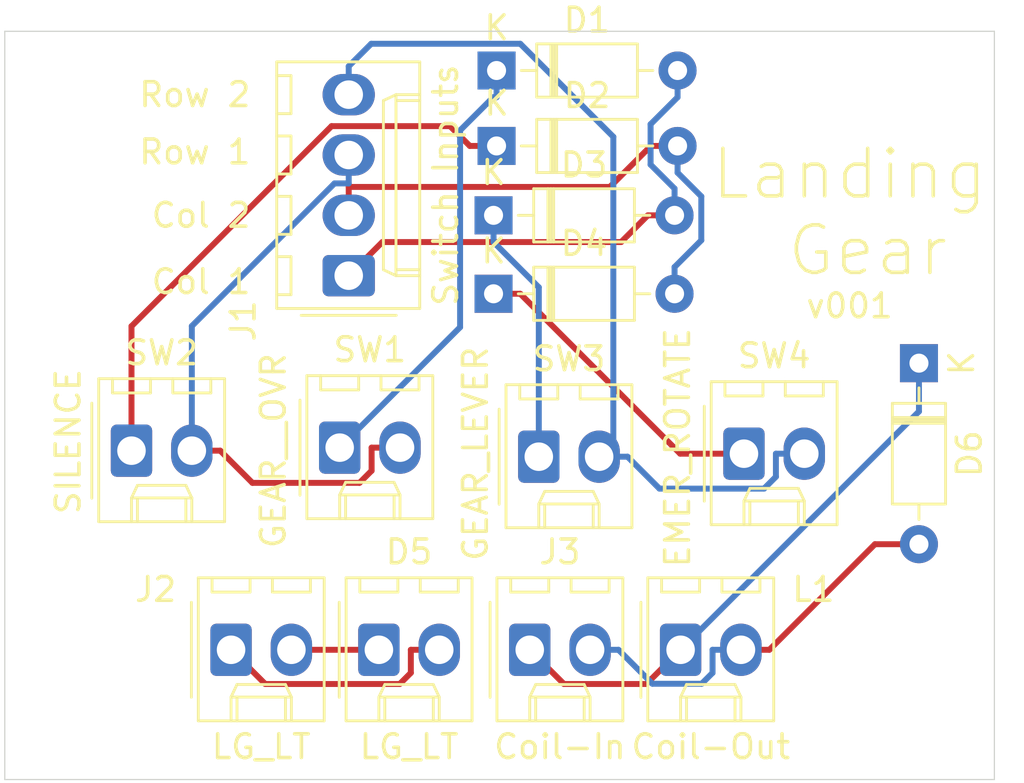
<source format=kicad_pcb>
(kicad_pcb (version 20171130) (host pcbnew "(5.1.5-0-10_14)")

  (general
    (thickness 1.6)
    (drawings 10)
    (tracks 76)
    (zones 0)
    (modules 18)
    (nets 13)
  )

  (page A4)
  (layers
    (0 F.Cu signal)
    (31 B.Cu signal)
    (32 B.Adhes user)
    (33 F.Adhes user)
    (34 B.Paste user)
    (35 F.Paste user)
    (36 B.SilkS user)
    (37 F.SilkS user)
    (38 B.Mask user)
    (39 F.Mask user)
    (40 Dwgs.User user hide)
    (41 Cmts.User user)
    (42 Eco1.User user)
    (43 Eco2.User user)
    (44 Edge.Cuts user)
    (45 Margin user)
    (46 B.CrtYd user)
    (47 F.CrtYd user)
    (48 B.Fab user hide)
    (49 F.Fab user hide)
  )

  (setup
    (last_trace_width 0.25)
    (trace_clearance 0.2)
    (zone_clearance 0.508)
    (zone_45_only no)
    (trace_min 0.2)
    (via_size 0.8)
    (via_drill 0.4)
    (via_min_size 0.4)
    (via_min_drill 0.3)
    (uvia_size 0.3)
    (uvia_drill 0.1)
    (uvias_allowed no)
    (uvia_min_size 0.2)
    (uvia_min_drill 0.1)
    (edge_width 0.05)
    (segment_width 0.2)
    (pcb_text_width 0.3)
    (pcb_text_size 1.5 1.5)
    (mod_edge_width 0.12)
    (mod_text_size 1 1)
    (mod_text_width 0.15)
    (pad_size 1.524 1.524)
    (pad_drill 0.762)
    (pad_to_mask_clearance 0.051)
    (solder_mask_min_width 0.25)
    (aux_axis_origin 0 0)
    (visible_elements FFFFFF7F)
    (pcbplotparams
      (layerselection 0x010fc_ffffffff)
      (usegerberextensions false)
      (usegerberattributes false)
      (usegerberadvancedattributes false)
      (creategerberjobfile false)
      (excludeedgelayer true)
      (linewidth 0.100000)
      (plotframeref false)
      (viasonmask false)
      (mode 1)
      (useauxorigin false)
      (hpglpennumber 1)
      (hpglpenspeed 20)
      (hpglpendiameter 15.000000)
      (psnegative false)
      (psa4output false)
      (plotreference true)
      (plotvalue true)
      (plotinvisibletext false)
      (padsonsilk false)
      (subtractmaskfromsilk false)
      (outputformat 1)
      (mirror false)
      (drillshape 0)
      (scaleselection 1)
      (outputdirectory "manufacturing"))
  )

  (net 0 "")
  (net 1 /Col1)
  (net 2 "Net-(D1-Pad1)")
  (net 3 /Col2)
  (net 4 "Net-(D2-Pad1)")
  (net 5 "Net-(D3-Pad1)")
  (net 6 "Net-(D4-Pad1)")
  (net 7 "Net-(D5-Pad2)")
  (net 8 "Net-(D5-Pad1)")
  (net 9 "Net-(D6-Pad2)")
  (net 10 "Net-(D6-Pad1)")
  (net 11 /Row2)
  (net 12 /Row1)

  (net_class Default "This is the default net class."
    (clearance 0.2)
    (trace_width 0.25)
    (via_dia 0.8)
    (via_drill 0.4)
    (uvia_dia 0.3)
    (uvia_drill 0.1)
    (add_net /Col1)
    (add_net /Col2)
    (add_net /Row1)
    (add_net /Row2)
    (add_net "Net-(D1-Pad1)")
    (add_net "Net-(D2-Pad1)")
    (add_net "Net-(D3-Pad1)")
    (add_net "Net-(D4-Pad1)")
    (add_net "Net-(D5-Pad1)")
    (add_net "Net-(D5-Pad2)")
    (add_net "Net-(D6-Pad1)")
    (add_net "Net-(D6-Pad2)")
  )

  (module MountingHole:MountingHole_3.2mm_M3 (layer F.Cu) (tedit 56D1B4CB) (tstamp 604C6983)
    (at 183.308 78.994)
    (descr "Mounting Hole 3.2mm, no annular, M3")
    (tags "mounting hole 3.2mm no annular m3")
    (path /605230E6)
    (attr virtual)
    (fp_text reference H4 (at 0 -4.2) (layer Dwgs.User)
      (effects (font (size 1 1) (thickness 0.15)))
    )
    (fp_text value MountingHole (at 0 4.2) (layer F.Fab)
      (effects (font (size 1 1) (thickness 0.15)))
    )
    (fp_circle (center 0 0) (end 3.45 0) (layer F.CrtYd) (width 0.05))
    (fp_circle (center 0 0) (end 3.2 0) (layer Cmts.User) (width 0.15))
    (fp_text user %R (at 0.3 0) (layer F.Fab)
      (effects (font (size 1 1) (thickness 0.15)))
    )
    (pad 1 np_thru_hole circle (at 0 0) (size 3.2 3.2) (drill 3.2) (layers *.Cu *.Mask))
  )

  (module MountingHole:MountingHole_3.2mm_M3 (layer F.Cu) (tedit 56D1B4CB) (tstamp 604C697B)
    (at 183.308 53.994)
    (descr "Mounting Hole 3.2mm, no annular, M3")
    (tags "mounting hole 3.2mm no annular m3")
    (path /60522D1F)
    (attr virtual)
    (fp_text reference H3 (at 0 -4.2) (layer Dwgs.User)
      (effects (font (size 1 1) (thickness 0.15)))
    )
    (fp_text value MountingHole (at 0 4.2) (layer F.Fab)
      (effects (font (size 1 1) (thickness 0.15)))
    )
    (fp_circle (center 0 0) (end 3.45 0) (layer F.CrtYd) (width 0.05))
    (fp_circle (center 0 0) (end 3.2 0) (layer Cmts.User) (width 0.15))
    (fp_text user %R (at 0.3 0) (layer F.Fab)
      (effects (font (size 1 1) (thickness 0.15)))
    )
    (pad 1 np_thru_hole circle (at 0 0) (size 3.2 3.2) (drill 3.2) (layers *.Cu *.Mask))
  )

  (module MountingHole:MountingHole_3.2mm_M3 (layer F.Cu) (tedit 56D1B4CB) (tstamp 604C6973)
    (at 148.308 53.994)
    (descr "Mounting Hole 3.2mm, no annular, M3")
    (tags "mounting hole 3.2mm no annular m3")
    (path /60522998)
    (attr virtual)
    (fp_text reference H2 (at 0 -4.2) (layer Dwgs.User)
      (effects (font (size 1 1) (thickness 0.15)))
    )
    (fp_text value MountingHole (at 0 4.2) (layer F.Fab)
      (effects (font (size 1 1) (thickness 0.15)))
    )
    (fp_circle (center 0 0) (end 3.45 0) (layer F.CrtYd) (width 0.05))
    (fp_circle (center 0 0) (end 3.2 0) (layer Cmts.User) (width 0.15))
    (fp_text user %R (at 0.3 0) (layer F.Fab)
      (effects (font (size 1 1) (thickness 0.15)))
    )
    (pad 1 np_thru_hole circle (at 0 0) (size 3.2 3.2) (drill 3.2) (layers *.Cu *.Mask))
  )

  (module MountingHole:MountingHole_3.2mm_M3 (layer F.Cu) (tedit 56D1B4CB) (tstamp 604C696B)
    (at 148.308 78.994)
    (descr "Mounting Hole 3.2mm, no annular, M3")
    (tags "mounting hole 3.2mm no annular m3")
    (path /60522587)
    (attr virtual)
    (fp_text reference H1 (at 0 -4.2) (layer Dwgs.User)
      (effects (font (size 1 1) (thickness 0.15)))
    )
    (fp_text value MountingHole (at 0 4.2) (layer F.Fab)
      (effects (font (size 1 1) (thickness 0.15)))
    )
    (fp_circle (center 0 0) (end 3.45 0) (layer F.CrtYd) (width 0.05))
    (fp_circle (center 0 0) (end 3.2 0) (layer Cmts.User) (width 0.15))
    (fp_text user %R (at 0.3 0) (layer F.Fab)
      (effects (font (size 1 1) (thickness 0.15)))
    )
    (pad 1 np_thru_hole circle (at 0 0) (size 3.2 3.2) (drill 3.2) (layers *.Cu *.Mask))
  )

  (module PT_Library_v001:Molex_1x02_P2.54mm_Vertical (layer F.Cu) (tedit 5B78013E) (tstamp 604C621F)
    (at 176.149 68.58)
    (descr "Molex KK-254 Interconnect System, old/engineering part number: AE-6410-02A example for new part number: 22-27-2021, 2 Pins (http://www.molex.com/pdm_docs/sd/022272021_sd.pdf), generated with kicad-footprint-generator")
    (tags "connector Molex KK-254 side entry")
    (path /5FDEA614)
    (fp_text reference SW4 (at 1.27 -4.12) (layer F.SilkS)
      (effects (font (size 1 1) (thickness 0.15)))
    )
    (fp_text value EMER_ROTATE (at -2.794 -0.254 90) (layer F.SilkS)
      (effects (font (size 1 1) (thickness 0.15)))
    )
    (fp_text user %R (at 1.27 -2.22) (layer F.Fab)
      (effects (font (size 1 1) (thickness 0.15)))
    )
    (fp_line (start 4.31 -3.42) (end -1.77 -3.42) (layer F.CrtYd) (width 0.05))
    (fp_line (start 4.31 3.38) (end 4.31 -3.42) (layer F.CrtYd) (width 0.05))
    (fp_line (start -1.77 3.38) (end 4.31 3.38) (layer F.CrtYd) (width 0.05))
    (fp_line (start -1.77 -3.42) (end -1.77 3.38) (layer F.CrtYd) (width 0.05))
    (fp_line (start 3.34 -2.43) (end 3.34 -3.03) (layer F.SilkS) (width 0.12))
    (fp_line (start 1.74 -2.43) (end 3.34 -2.43) (layer F.SilkS) (width 0.12))
    (fp_line (start 1.74 -3.03) (end 1.74 -2.43) (layer F.SilkS) (width 0.12))
    (fp_line (start 0.8 -2.43) (end 0.8 -3.03) (layer F.SilkS) (width 0.12))
    (fp_line (start -0.8 -2.43) (end 0.8 -2.43) (layer F.SilkS) (width 0.12))
    (fp_line (start -0.8 -3.03) (end -0.8 -2.43) (layer F.SilkS) (width 0.12))
    (fp_line (start 2.29 2.99) (end 2.29 1.99) (layer F.SilkS) (width 0.12))
    (fp_line (start 0.25 2.99) (end 0.25 1.99) (layer F.SilkS) (width 0.12))
    (fp_line (start 2.29 1.46) (end 2.54 1.99) (layer F.SilkS) (width 0.12))
    (fp_line (start 0.25 1.46) (end 2.29 1.46) (layer F.SilkS) (width 0.12))
    (fp_line (start 0 1.99) (end 0.25 1.46) (layer F.SilkS) (width 0.12))
    (fp_line (start 2.54 1.99) (end 2.54 2.99) (layer F.SilkS) (width 0.12))
    (fp_line (start 0 1.99) (end 2.54 1.99) (layer F.SilkS) (width 0.12))
    (fp_line (start 0 2.99) (end 0 1.99) (layer F.SilkS) (width 0.12))
    (fp_line (start -0.562893 0) (end -1.27 0.5) (layer F.Fab) (width 0.1))
    (fp_line (start -1.27 -0.5) (end -0.562893 0) (layer F.Fab) (width 0.1))
    (fp_line (start -1.67 -2) (end -1.67 2) (layer F.SilkS) (width 0.12))
    (fp_line (start 3.92 -3.03) (end -1.38 -3.03) (layer F.SilkS) (width 0.12))
    (fp_line (start 3.92 2.99) (end 3.92 -3.03) (layer F.SilkS) (width 0.12))
    (fp_line (start -1.38 2.99) (end 3.92 2.99) (layer F.SilkS) (width 0.12))
    (fp_line (start -1.38 -3.03) (end -1.38 2.99) (layer F.SilkS) (width 0.12))
    (fp_line (start 3.81 -2.92) (end -1.27 -2.92) (layer F.Fab) (width 0.1))
    (fp_line (start 3.81 2.88) (end 3.81 -2.92) (layer F.Fab) (width 0.1))
    (fp_line (start -1.27 2.88) (end 3.81 2.88) (layer F.Fab) (width 0.1))
    (fp_line (start -1.27 -2.92) (end -1.27 2.88) (layer F.Fab) (width 0.1))
    (pad 2 thru_hole oval (at 2.54 0) (size 1.74 2.2) (drill 1.2) (layers *.Cu *.Mask)
      (net 11 /Row2))
    (pad 1 thru_hole roundrect (at 0 0) (size 1.74 2.2) (drill 1.2) (layers *.Cu *.Mask) (roundrect_rratio 0.143678)
      (net 6 "Net-(D4-Pad1)"))
    (model ${KISYS3DMOD}/Connector_Molex.3dshapes/Molex_KK-254_AE-6410-02A_1x02_P2.54mm_Vertical.wrl
      (at (xyz 0 0 0))
      (scale (xyz 1 1 1))
      (rotate (xyz 0 0 0))
    )
  )

  (module PT_Library_v001:Molex_1x02_P2.54mm_Vertical (layer F.Cu) (tedit 5B78013E) (tstamp 604C61FB)
    (at 167.513 68.707)
    (descr "Molex KK-254 Interconnect System, old/engineering part number: AE-6410-02A example for new part number: 22-27-2021, 2 Pins (http://www.molex.com/pdm_docs/sd/022272021_sd.pdf), generated with kicad-footprint-generator")
    (tags "connector Molex KK-254 side entry")
    (path /5FC61E34)
    (fp_text reference SW3 (at 1.27 -4.12) (layer F.SilkS)
      (effects (font (size 1 1) (thickness 0.15)))
    )
    (fp_text value GEAR_LEVER (at -2.667 -0.127 90) (layer F.SilkS)
      (effects (font (size 1 1) (thickness 0.15)))
    )
    (fp_text user %R (at 1.27 -2.22) (layer F.Fab)
      (effects (font (size 1 1) (thickness 0.15)))
    )
    (fp_line (start 4.31 -3.42) (end -1.77 -3.42) (layer F.CrtYd) (width 0.05))
    (fp_line (start 4.31 3.38) (end 4.31 -3.42) (layer F.CrtYd) (width 0.05))
    (fp_line (start -1.77 3.38) (end 4.31 3.38) (layer F.CrtYd) (width 0.05))
    (fp_line (start -1.77 -3.42) (end -1.77 3.38) (layer F.CrtYd) (width 0.05))
    (fp_line (start 3.34 -2.43) (end 3.34 -3.03) (layer F.SilkS) (width 0.12))
    (fp_line (start 1.74 -2.43) (end 3.34 -2.43) (layer F.SilkS) (width 0.12))
    (fp_line (start 1.74 -3.03) (end 1.74 -2.43) (layer F.SilkS) (width 0.12))
    (fp_line (start 0.8 -2.43) (end 0.8 -3.03) (layer F.SilkS) (width 0.12))
    (fp_line (start -0.8 -2.43) (end 0.8 -2.43) (layer F.SilkS) (width 0.12))
    (fp_line (start -0.8 -3.03) (end -0.8 -2.43) (layer F.SilkS) (width 0.12))
    (fp_line (start 2.29 2.99) (end 2.29 1.99) (layer F.SilkS) (width 0.12))
    (fp_line (start 0.25 2.99) (end 0.25 1.99) (layer F.SilkS) (width 0.12))
    (fp_line (start 2.29 1.46) (end 2.54 1.99) (layer F.SilkS) (width 0.12))
    (fp_line (start 0.25 1.46) (end 2.29 1.46) (layer F.SilkS) (width 0.12))
    (fp_line (start 0 1.99) (end 0.25 1.46) (layer F.SilkS) (width 0.12))
    (fp_line (start 2.54 1.99) (end 2.54 2.99) (layer F.SilkS) (width 0.12))
    (fp_line (start 0 1.99) (end 2.54 1.99) (layer F.SilkS) (width 0.12))
    (fp_line (start 0 2.99) (end 0 1.99) (layer F.SilkS) (width 0.12))
    (fp_line (start -0.562893 0) (end -1.27 0.5) (layer F.Fab) (width 0.1))
    (fp_line (start -1.27 -0.5) (end -0.562893 0) (layer F.Fab) (width 0.1))
    (fp_line (start -1.67 -2) (end -1.67 2) (layer F.SilkS) (width 0.12))
    (fp_line (start 3.92 -3.03) (end -1.38 -3.03) (layer F.SilkS) (width 0.12))
    (fp_line (start 3.92 2.99) (end 3.92 -3.03) (layer F.SilkS) (width 0.12))
    (fp_line (start -1.38 2.99) (end 3.92 2.99) (layer F.SilkS) (width 0.12))
    (fp_line (start -1.38 -3.03) (end -1.38 2.99) (layer F.SilkS) (width 0.12))
    (fp_line (start 3.81 -2.92) (end -1.27 -2.92) (layer F.Fab) (width 0.1))
    (fp_line (start 3.81 2.88) (end 3.81 -2.92) (layer F.Fab) (width 0.1))
    (fp_line (start -1.27 2.88) (end 3.81 2.88) (layer F.Fab) (width 0.1))
    (fp_line (start -1.27 -2.92) (end -1.27 2.88) (layer F.Fab) (width 0.1))
    (pad 2 thru_hole oval (at 2.54 0) (size 1.74 2.2) (drill 1.2) (layers *.Cu *.Mask)
      (net 11 /Row2))
    (pad 1 thru_hole roundrect (at 0 0) (size 1.74 2.2) (drill 1.2) (layers *.Cu *.Mask) (roundrect_rratio 0.143678)
      (net 5 "Net-(D3-Pad1)"))
    (model ${KISYS3DMOD}/Connector_Molex.3dshapes/Molex_KK-254_AE-6410-02A_1x02_P2.54mm_Vertical.wrl
      (at (xyz 0 0 0))
      (scale (xyz 1 1 1))
      (rotate (xyz 0 0 0))
    )
  )

  (module PT_Library_v001:Molex_1x02_P2.54mm_Vertical (layer F.Cu) (tedit 5B78013E) (tstamp 604C61D7)
    (at 150.368 68.453)
    (descr "Molex KK-254 Interconnect System, old/engineering part number: AE-6410-02A example for new part number: 22-27-2021, 2 Pins (http://www.molex.com/pdm_docs/sd/022272021_sd.pdf), generated with kicad-footprint-generator")
    (tags "connector Molex KK-254 side entry")
    (path /5FDE96FA)
    (fp_text reference SW2 (at 1.27 -4.12) (layer F.SilkS)
      (effects (font (size 1 1) (thickness 0.15)))
    )
    (fp_text value SILENCE (at -2.667 -0.381 90) (layer F.SilkS)
      (effects (font (size 1 1) (thickness 0.15)))
    )
    (fp_text user %R (at 1.27 -2.22) (layer F.Fab)
      (effects (font (size 1 1) (thickness 0.15)))
    )
    (fp_line (start 4.31 -3.42) (end -1.77 -3.42) (layer F.CrtYd) (width 0.05))
    (fp_line (start 4.31 3.38) (end 4.31 -3.42) (layer F.CrtYd) (width 0.05))
    (fp_line (start -1.77 3.38) (end 4.31 3.38) (layer F.CrtYd) (width 0.05))
    (fp_line (start -1.77 -3.42) (end -1.77 3.38) (layer F.CrtYd) (width 0.05))
    (fp_line (start 3.34 -2.43) (end 3.34 -3.03) (layer F.SilkS) (width 0.12))
    (fp_line (start 1.74 -2.43) (end 3.34 -2.43) (layer F.SilkS) (width 0.12))
    (fp_line (start 1.74 -3.03) (end 1.74 -2.43) (layer F.SilkS) (width 0.12))
    (fp_line (start 0.8 -2.43) (end 0.8 -3.03) (layer F.SilkS) (width 0.12))
    (fp_line (start -0.8 -2.43) (end 0.8 -2.43) (layer F.SilkS) (width 0.12))
    (fp_line (start -0.8 -3.03) (end -0.8 -2.43) (layer F.SilkS) (width 0.12))
    (fp_line (start 2.29 2.99) (end 2.29 1.99) (layer F.SilkS) (width 0.12))
    (fp_line (start 0.25 2.99) (end 0.25 1.99) (layer F.SilkS) (width 0.12))
    (fp_line (start 2.29 1.46) (end 2.54 1.99) (layer F.SilkS) (width 0.12))
    (fp_line (start 0.25 1.46) (end 2.29 1.46) (layer F.SilkS) (width 0.12))
    (fp_line (start 0 1.99) (end 0.25 1.46) (layer F.SilkS) (width 0.12))
    (fp_line (start 2.54 1.99) (end 2.54 2.99) (layer F.SilkS) (width 0.12))
    (fp_line (start 0 1.99) (end 2.54 1.99) (layer F.SilkS) (width 0.12))
    (fp_line (start 0 2.99) (end 0 1.99) (layer F.SilkS) (width 0.12))
    (fp_line (start -0.562893 0) (end -1.27 0.5) (layer F.Fab) (width 0.1))
    (fp_line (start -1.27 -0.5) (end -0.562893 0) (layer F.Fab) (width 0.1))
    (fp_line (start -1.67 -2) (end -1.67 2) (layer F.SilkS) (width 0.12))
    (fp_line (start 3.92 -3.03) (end -1.38 -3.03) (layer F.SilkS) (width 0.12))
    (fp_line (start 3.92 2.99) (end 3.92 -3.03) (layer F.SilkS) (width 0.12))
    (fp_line (start -1.38 2.99) (end 3.92 2.99) (layer F.SilkS) (width 0.12))
    (fp_line (start -1.38 -3.03) (end -1.38 2.99) (layer F.SilkS) (width 0.12))
    (fp_line (start 3.81 -2.92) (end -1.27 -2.92) (layer F.Fab) (width 0.1))
    (fp_line (start 3.81 2.88) (end 3.81 -2.92) (layer F.Fab) (width 0.1))
    (fp_line (start -1.27 2.88) (end 3.81 2.88) (layer F.Fab) (width 0.1))
    (fp_line (start -1.27 -2.92) (end -1.27 2.88) (layer F.Fab) (width 0.1))
    (pad 2 thru_hole oval (at 2.54 0) (size 1.74 2.2) (drill 1.2) (layers *.Cu *.Mask)
      (net 12 /Row1))
    (pad 1 thru_hole roundrect (at 0 0) (size 1.74 2.2) (drill 1.2) (layers *.Cu *.Mask) (roundrect_rratio 0.143678)
      (net 4 "Net-(D2-Pad1)"))
    (model ${KISYS3DMOD}/Connector_Molex.3dshapes/Molex_KK-254_AE-6410-02A_1x02_P2.54mm_Vertical.wrl
      (at (xyz 0 0 0))
      (scale (xyz 1 1 1))
      (rotate (xyz 0 0 0))
    )
  )

  (module PT_Library_v001:Molex_1x02_P2.54mm_Vertical (layer F.Cu) (tedit 5B78013E) (tstamp 604C61B3)
    (at 159.131 68.326)
    (descr "Molex KK-254 Interconnect System, old/engineering part number: AE-6410-02A example for new part number: 22-27-2021, 2 Pins (http://www.molex.com/pdm_docs/sd/022272021_sd.pdf), generated with kicad-footprint-generator")
    (tags "connector Molex KK-254 side entry")
    (path /5FC6A958)
    (fp_text reference SW1 (at 1.27 -4.12) (layer F.SilkS)
      (effects (font (size 1 1) (thickness 0.15)))
    )
    (fp_text value GEAR__OVR (at -2.794 0.127 90) (layer F.SilkS)
      (effects (font (size 1 1) (thickness 0.15)))
    )
    (fp_text user %R (at 1.27 -2.22) (layer F.Fab)
      (effects (font (size 1 1) (thickness 0.15)))
    )
    (fp_line (start 4.31 -3.42) (end -1.77 -3.42) (layer F.CrtYd) (width 0.05))
    (fp_line (start 4.31 3.38) (end 4.31 -3.42) (layer F.CrtYd) (width 0.05))
    (fp_line (start -1.77 3.38) (end 4.31 3.38) (layer F.CrtYd) (width 0.05))
    (fp_line (start -1.77 -3.42) (end -1.77 3.38) (layer F.CrtYd) (width 0.05))
    (fp_line (start 3.34 -2.43) (end 3.34 -3.03) (layer F.SilkS) (width 0.12))
    (fp_line (start 1.74 -2.43) (end 3.34 -2.43) (layer F.SilkS) (width 0.12))
    (fp_line (start 1.74 -3.03) (end 1.74 -2.43) (layer F.SilkS) (width 0.12))
    (fp_line (start 0.8 -2.43) (end 0.8 -3.03) (layer F.SilkS) (width 0.12))
    (fp_line (start -0.8 -2.43) (end 0.8 -2.43) (layer F.SilkS) (width 0.12))
    (fp_line (start -0.8 -3.03) (end -0.8 -2.43) (layer F.SilkS) (width 0.12))
    (fp_line (start 2.29 2.99) (end 2.29 1.99) (layer F.SilkS) (width 0.12))
    (fp_line (start 0.25 2.99) (end 0.25 1.99) (layer F.SilkS) (width 0.12))
    (fp_line (start 2.29 1.46) (end 2.54 1.99) (layer F.SilkS) (width 0.12))
    (fp_line (start 0.25 1.46) (end 2.29 1.46) (layer F.SilkS) (width 0.12))
    (fp_line (start 0 1.99) (end 0.25 1.46) (layer F.SilkS) (width 0.12))
    (fp_line (start 2.54 1.99) (end 2.54 2.99) (layer F.SilkS) (width 0.12))
    (fp_line (start 0 1.99) (end 2.54 1.99) (layer F.SilkS) (width 0.12))
    (fp_line (start 0 2.99) (end 0 1.99) (layer F.SilkS) (width 0.12))
    (fp_line (start -0.562893 0) (end -1.27 0.5) (layer F.Fab) (width 0.1))
    (fp_line (start -1.27 -0.5) (end -0.562893 0) (layer F.Fab) (width 0.1))
    (fp_line (start -1.67 -2) (end -1.67 2) (layer F.SilkS) (width 0.12))
    (fp_line (start 3.92 -3.03) (end -1.38 -3.03) (layer F.SilkS) (width 0.12))
    (fp_line (start 3.92 2.99) (end 3.92 -3.03) (layer F.SilkS) (width 0.12))
    (fp_line (start -1.38 2.99) (end 3.92 2.99) (layer F.SilkS) (width 0.12))
    (fp_line (start -1.38 -3.03) (end -1.38 2.99) (layer F.SilkS) (width 0.12))
    (fp_line (start 3.81 -2.92) (end -1.27 -2.92) (layer F.Fab) (width 0.1))
    (fp_line (start 3.81 2.88) (end 3.81 -2.92) (layer F.Fab) (width 0.1))
    (fp_line (start -1.27 2.88) (end 3.81 2.88) (layer F.Fab) (width 0.1))
    (fp_line (start -1.27 -2.92) (end -1.27 2.88) (layer F.Fab) (width 0.1))
    (pad 2 thru_hole oval (at 2.54 0) (size 1.74 2.2) (drill 1.2) (layers *.Cu *.Mask)
      (net 12 /Row1))
    (pad 1 thru_hole roundrect (at 0 0) (size 1.74 2.2) (drill 1.2) (layers *.Cu *.Mask) (roundrect_rratio 0.143678)
      (net 2 "Net-(D1-Pad1)"))
    (model ${KISYS3DMOD}/Connector_Molex.3dshapes/Molex_KK-254_AE-6410-02A_1x02_P2.54mm_Vertical.wrl
      (at (xyz 0 0 0))
      (scale (xyz 1 1 1))
      (rotate (xyz 0 0 0))
    )
  )

  (module PT_Library_v001:Molex_1x02_P2.54mm_Vertical (layer F.Cu) (tedit 5B78013E) (tstamp 604C618F)
    (at 173.482 76.835)
    (descr "Molex KK-254 Interconnect System, old/engineering part number: AE-6410-02A example for new part number: 22-27-2021, 2 Pins (http://www.molex.com/pdm_docs/sd/022272021_sd.pdf), generated with kicad-footprint-generator")
    (tags "connector Molex KK-254 side entry")
    (path /6051EBBF)
    (fp_text reference L1 (at 5.588 -2.54) (layer F.SilkS)
      (effects (font (size 1 1) (thickness 0.15)))
    )
    (fp_text value Coil-Out (at 1.27 4.08) (layer F.SilkS)
      (effects (font (size 1 1) (thickness 0.15)))
    )
    (fp_text user %R (at 1.27 -2.22) (layer F.Fab)
      (effects (font (size 1 1) (thickness 0.15)))
    )
    (fp_line (start 4.31 -3.42) (end -1.77 -3.42) (layer F.CrtYd) (width 0.05))
    (fp_line (start 4.31 3.38) (end 4.31 -3.42) (layer F.CrtYd) (width 0.05))
    (fp_line (start -1.77 3.38) (end 4.31 3.38) (layer F.CrtYd) (width 0.05))
    (fp_line (start -1.77 -3.42) (end -1.77 3.38) (layer F.CrtYd) (width 0.05))
    (fp_line (start 3.34 -2.43) (end 3.34 -3.03) (layer F.SilkS) (width 0.12))
    (fp_line (start 1.74 -2.43) (end 3.34 -2.43) (layer F.SilkS) (width 0.12))
    (fp_line (start 1.74 -3.03) (end 1.74 -2.43) (layer F.SilkS) (width 0.12))
    (fp_line (start 0.8 -2.43) (end 0.8 -3.03) (layer F.SilkS) (width 0.12))
    (fp_line (start -0.8 -2.43) (end 0.8 -2.43) (layer F.SilkS) (width 0.12))
    (fp_line (start -0.8 -3.03) (end -0.8 -2.43) (layer F.SilkS) (width 0.12))
    (fp_line (start 2.29 2.99) (end 2.29 1.99) (layer F.SilkS) (width 0.12))
    (fp_line (start 0.25 2.99) (end 0.25 1.99) (layer F.SilkS) (width 0.12))
    (fp_line (start 2.29 1.46) (end 2.54 1.99) (layer F.SilkS) (width 0.12))
    (fp_line (start 0.25 1.46) (end 2.29 1.46) (layer F.SilkS) (width 0.12))
    (fp_line (start 0 1.99) (end 0.25 1.46) (layer F.SilkS) (width 0.12))
    (fp_line (start 2.54 1.99) (end 2.54 2.99) (layer F.SilkS) (width 0.12))
    (fp_line (start 0 1.99) (end 2.54 1.99) (layer F.SilkS) (width 0.12))
    (fp_line (start 0 2.99) (end 0 1.99) (layer F.SilkS) (width 0.12))
    (fp_line (start -0.562893 0) (end -1.27 0.5) (layer F.Fab) (width 0.1))
    (fp_line (start -1.27 -0.5) (end -0.562893 0) (layer F.Fab) (width 0.1))
    (fp_line (start -1.67 -2) (end -1.67 2) (layer F.SilkS) (width 0.12))
    (fp_line (start 3.92 -3.03) (end -1.38 -3.03) (layer F.SilkS) (width 0.12))
    (fp_line (start 3.92 2.99) (end 3.92 -3.03) (layer F.SilkS) (width 0.12))
    (fp_line (start -1.38 2.99) (end 3.92 2.99) (layer F.SilkS) (width 0.12))
    (fp_line (start -1.38 -3.03) (end -1.38 2.99) (layer F.SilkS) (width 0.12))
    (fp_line (start 3.81 -2.92) (end -1.27 -2.92) (layer F.Fab) (width 0.1))
    (fp_line (start 3.81 2.88) (end 3.81 -2.92) (layer F.Fab) (width 0.1))
    (fp_line (start -1.27 2.88) (end 3.81 2.88) (layer F.Fab) (width 0.1))
    (fp_line (start -1.27 -2.92) (end -1.27 2.88) (layer F.Fab) (width 0.1))
    (pad 2 thru_hole oval (at 2.54 0) (size 1.74 2.2) (drill 1.2) (layers *.Cu *.Mask)
      (net 9 "Net-(D6-Pad2)"))
    (pad 1 thru_hole roundrect (at 0 0) (size 1.74 2.2) (drill 1.2) (layers *.Cu *.Mask) (roundrect_rratio 0.143678)
      (net 10 "Net-(D6-Pad1)"))
    (model ${KISYS3DMOD}/Connector_Molex.3dshapes/Molex_KK-254_AE-6410-02A_1x02_P2.54mm_Vertical.wrl
      (at (xyz 0 0 0))
      (scale (xyz 1 1 1))
      (rotate (xyz 0 0 0))
    )
  )

  (module PT_Library_v001:Molex_1x02_P2.54mm_Vertical (layer F.Cu) (tedit 5B78013E) (tstamp 604C616B)
    (at 167.132 76.835)
    (descr "Molex KK-254 Interconnect System, old/engineering part number: AE-6410-02A example for new part number: 22-27-2021, 2 Pins (http://www.molex.com/pdm_docs/sd/022272021_sd.pdf), generated with kicad-footprint-generator")
    (tags "connector Molex KK-254 side entry")
    (path /6051EFAE)
    (fp_text reference J3 (at 1.27 -4.12) (layer F.SilkS)
      (effects (font (size 1 1) (thickness 0.15)))
    )
    (fp_text value Coil-In (at 1.27 4.08) (layer F.SilkS)
      (effects (font (size 1 1) (thickness 0.15)))
    )
    (fp_text user %R (at 1.27 -2.22) (layer F.Fab)
      (effects (font (size 1 1) (thickness 0.15)))
    )
    (fp_line (start 4.31 -3.42) (end -1.77 -3.42) (layer F.CrtYd) (width 0.05))
    (fp_line (start 4.31 3.38) (end 4.31 -3.42) (layer F.CrtYd) (width 0.05))
    (fp_line (start -1.77 3.38) (end 4.31 3.38) (layer F.CrtYd) (width 0.05))
    (fp_line (start -1.77 -3.42) (end -1.77 3.38) (layer F.CrtYd) (width 0.05))
    (fp_line (start 3.34 -2.43) (end 3.34 -3.03) (layer F.SilkS) (width 0.12))
    (fp_line (start 1.74 -2.43) (end 3.34 -2.43) (layer F.SilkS) (width 0.12))
    (fp_line (start 1.74 -3.03) (end 1.74 -2.43) (layer F.SilkS) (width 0.12))
    (fp_line (start 0.8 -2.43) (end 0.8 -3.03) (layer F.SilkS) (width 0.12))
    (fp_line (start -0.8 -2.43) (end 0.8 -2.43) (layer F.SilkS) (width 0.12))
    (fp_line (start -0.8 -3.03) (end -0.8 -2.43) (layer F.SilkS) (width 0.12))
    (fp_line (start 2.29 2.99) (end 2.29 1.99) (layer F.SilkS) (width 0.12))
    (fp_line (start 0.25 2.99) (end 0.25 1.99) (layer F.SilkS) (width 0.12))
    (fp_line (start 2.29 1.46) (end 2.54 1.99) (layer F.SilkS) (width 0.12))
    (fp_line (start 0.25 1.46) (end 2.29 1.46) (layer F.SilkS) (width 0.12))
    (fp_line (start 0 1.99) (end 0.25 1.46) (layer F.SilkS) (width 0.12))
    (fp_line (start 2.54 1.99) (end 2.54 2.99) (layer F.SilkS) (width 0.12))
    (fp_line (start 0 1.99) (end 2.54 1.99) (layer F.SilkS) (width 0.12))
    (fp_line (start 0 2.99) (end 0 1.99) (layer F.SilkS) (width 0.12))
    (fp_line (start -0.562893 0) (end -1.27 0.5) (layer F.Fab) (width 0.1))
    (fp_line (start -1.27 -0.5) (end -0.562893 0) (layer F.Fab) (width 0.1))
    (fp_line (start -1.67 -2) (end -1.67 2) (layer F.SilkS) (width 0.12))
    (fp_line (start 3.92 -3.03) (end -1.38 -3.03) (layer F.SilkS) (width 0.12))
    (fp_line (start 3.92 2.99) (end 3.92 -3.03) (layer F.SilkS) (width 0.12))
    (fp_line (start -1.38 2.99) (end 3.92 2.99) (layer F.SilkS) (width 0.12))
    (fp_line (start -1.38 -3.03) (end -1.38 2.99) (layer F.SilkS) (width 0.12))
    (fp_line (start 3.81 -2.92) (end -1.27 -2.92) (layer F.Fab) (width 0.1))
    (fp_line (start 3.81 2.88) (end 3.81 -2.92) (layer F.Fab) (width 0.1))
    (fp_line (start -1.27 2.88) (end 3.81 2.88) (layer F.Fab) (width 0.1))
    (fp_line (start -1.27 -2.92) (end -1.27 2.88) (layer F.Fab) (width 0.1))
    (pad 2 thru_hole oval (at 2.54 0) (size 1.74 2.2) (drill 1.2) (layers *.Cu *.Mask)
      (net 9 "Net-(D6-Pad2)"))
    (pad 1 thru_hole roundrect (at 0 0) (size 1.74 2.2) (drill 1.2) (layers *.Cu *.Mask) (roundrect_rratio 0.143678)
      (net 10 "Net-(D6-Pad1)"))
    (model ${KISYS3DMOD}/Connector_Molex.3dshapes/Molex_KK-254_AE-6410-02A_1x02_P2.54mm_Vertical.wrl
      (at (xyz 0 0 0))
      (scale (xyz 1 1 1))
      (rotate (xyz 0 0 0))
    )
  )

  (module PT_Library_v001:Molex_1x02_P2.54mm_Vertical (layer F.Cu) (tedit 5B78013E) (tstamp 604C6147)
    (at 154.559 76.835)
    (descr "Molex KK-254 Interconnect System, old/engineering part number: AE-6410-02A example for new part number: 22-27-2021, 2 Pins (http://www.molex.com/pdm_docs/sd/022272021_sd.pdf), generated with kicad-footprint-generator")
    (tags "connector Molex KK-254 side entry")
    (path /5FDEDADD)
    (fp_text reference J2 (at -3.175 -2.54) (layer F.SilkS)
      (effects (font (size 1 1) (thickness 0.15)))
    )
    (fp_text value LG_LT (at 1.27 4.08) (layer F.SilkS)
      (effects (font (size 1 1) (thickness 0.15)))
    )
    (fp_text user %R (at 1.27 -2.22) (layer F.Fab)
      (effects (font (size 1 1) (thickness 0.15)))
    )
    (fp_line (start 4.31 -3.42) (end -1.77 -3.42) (layer F.CrtYd) (width 0.05))
    (fp_line (start 4.31 3.38) (end 4.31 -3.42) (layer F.CrtYd) (width 0.05))
    (fp_line (start -1.77 3.38) (end 4.31 3.38) (layer F.CrtYd) (width 0.05))
    (fp_line (start -1.77 -3.42) (end -1.77 3.38) (layer F.CrtYd) (width 0.05))
    (fp_line (start 3.34 -2.43) (end 3.34 -3.03) (layer F.SilkS) (width 0.12))
    (fp_line (start 1.74 -2.43) (end 3.34 -2.43) (layer F.SilkS) (width 0.12))
    (fp_line (start 1.74 -3.03) (end 1.74 -2.43) (layer F.SilkS) (width 0.12))
    (fp_line (start 0.8 -2.43) (end 0.8 -3.03) (layer F.SilkS) (width 0.12))
    (fp_line (start -0.8 -2.43) (end 0.8 -2.43) (layer F.SilkS) (width 0.12))
    (fp_line (start -0.8 -3.03) (end -0.8 -2.43) (layer F.SilkS) (width 0.12))
    (fp_line (start 2.29 2.99) (end 2.29 1.99) (layer F.SilkS) (width 0.12))
    (fp_line (start 0.25 2.99) (end 0.25 1.99) (layer F.SilkS) (width 0.12))
    (fp_line (start 2.29 1.46) (end 2.54 1.99) (layer F.SilkS) (width 0.12))
    (fp_line (start 0.25 1.46) (end 2.29 1.46) (layer F.SilkS) (width 0.12))
    (fp_line (start 0 1.99) (end 0.25 1.46) (layer F.SilkS) (width 0.12))
    (fp_line (start 2.54 1.99) (end 2.54 2.99) (layer F.SilkS) (width 0.12))
    (fp_line (start 0 1.99) (end 2.54 1.99) (layer F.SilkS) (width 0.12))
    (fp_line (start 0 2.99) (end 0 1.99) (layer F.SilkS) (width 0.12))
    (fp_line (start -0.562893 0) (end -1.27 0.5) (layer F.Fab) (width 0.1))
    (fp_line (start -1.27 -0.5) (end -0.562893 0) (layer F.Fab) (width 0.1))
    (fp_line (start -1.67 -2) (end -1.67 2) (layer F.SilkS) (width 0.12))
    (fp_line (start 3.92 -3.03) (end -1.38 -3.03) (layer F.SilkS) (width 0.12))
    (fp_line (start 3.92 2.99) (end 3.92 -3.03) (layer F.SilkS) (width 0.12))
    (fp_line (start -1.38 2.99) (end 3.92 2.99) (layer F.SilkS) (width 0.12))
    (fp_line (start -1.38 -3.03) (end -1.38 2.99) (layer F.SilkS) (width 0.12))
    (fp_line (start 3.81 -2.92) (end -1.27 -2.92) (layer F.Fab) (width 0.1))
    (fp_line (start 3.81 2.88) (end 3.81 -2.92) (layer F.Fab) (width 0.1))
    (fp_line (start -1.27 2.88) (end 3.81 2.88) (layer F.Fab) (width 0.1))
    (fp_line (start -1.27 -2.92) (end -1.27 2.88) (layer F.Fab) (width 0.1))
    (pad 2 thru_hole oval (at 2.54 0) (size 1.74 2.2) (drill 1.2) (layers *.Cu *.Mask)
      (net 8 "Net-(D5-Pad1)"))
    (pad 1 thru_hole roundrect (at 0 0) (size 1.74 2.2) (drill 1.2) (layers *.Cu *.Mask) (roundrect_rratio 0.143678)
      (net 7 "Net-(D5-Pad2)"))
    (model ${KISYS3DMOD}/Connector_Molex.3dshapes/Molex_KK-254_AE-6410-02A_1x02_P2.54mm_Vertical.wrl
      (at (xyz 0 0 0))
      (scale (xyz 1 1 1))
      (rotate (xyz 0 0 0))
    )
  )

  (module PT_Library_v001:Molex_1x04_P2.54mm_Vertical (layer F.Cu) (tedit 5B78013E) (tstamp 604C6123)
    (at 159.512 61.087 90)
    (descr "Molex KK-254 Interconnect System, old/engineering part number: AE-6410-04A example for new part number: 22-27-2041, 4 Pins (http://www.molex.com/pdm_docs/sd/022272021_sd.pdf), generated with kicad-footprint-generator")
    (tags "connector Molex KK-254 side entry")
    (path /5FDF2C7E)
    (fp_text reference J1 (at -1.905 -4.445 90) (layer F.SilkS)
      (effects (font (size 1 1) (thickness 0.15)))
    )
    (fp_text value "Switch Inputs" (at 3.81 4.08 90) (layer F.SilkS)
      (effects (font (size 1 1) (thickness 0.15)))
    )
    (fp_text user %R (at 3.81 -2.22 90) (layer F.Fab)
      (effects (font (size 1 1) (thickness 0.15)))
    )
    (fp_line (start 9.39 -3.42) (end -1.77 -3.42) (layer F.CrtYd) (width 0.05))
    (fp_line (start 9.39 3.38) (end 9.39 -3.42) (layer F.CrtYd) (width 0.05))
    (fp_line (start -1.77 3.38) (end 9.39 3.38) (layer F.CrtYd) (width 0.05))
    (fp_line (start -1.77 -3.42) (end -1.77 3.38) (layer F.CrtYd) (width 0.05))
    (fp_line (start 8.42 -2.43) (end 8.42 -3.03) (layer F.SilkS) (width 0.12))
    (fp_line (start 6.82 -2.43) (end 8.42 -2.43) (layer F.SilkS) (width 0.12))
    (fp_line (start 6.82 -3.03) (end 6.82 -2.43) (layer F.SilkS) (width 0.12))
    (fp_line (start 5.88 -2.43) (end 5.88 -3.03) (layer F.SilkS) (width 0.12))
    (fp_line (start 4.28 -2.43) (end 5.88 -2.43) (layer F.SilkS) (width 0.12))
    (fp_line (start 4.28 -3.03) (end 4.28 -2.43) (layer F.SilkS) (width 0.12))
    (fp_line (start 3.34 -2.43) (end 3.34 -3.03) (layer F.SilkS) (width 0.12))
    (fp_line (start 1.74 -2.43) (end 3.34 -2.43) (layer F.SilkS) (width 0.12))
    (fp_line (start 1.74 -3.03) (end 1.74 -2.43) (layer F.SilkS) (width 0.12))
    (fp_line (start 0.8 -2.43) (end 0.8 -3.03) (layer F.SilkS) (width 0.12))
    (fp_line (start -0.8 -2.43) (end 0.8 -2.43) (layer F.SilkS) (width 0.12))
    (fp_line (start -0.8 -3.03) (end -0.8 -2.43) (layer F.SilkS) (width 0.12))
    (fp_line (start 7.37 2.99) (end 7.37 1.99) (layer F.SilkS) (width 0.12))
    (fp_line (start 0.25 2.99) (end 0.25 1.99) (layer F.SilkS) (width 0.12))
    (fp_line (start 7.37 1.46) (end 7.62 1.99) (layer F.SilkS) (width 0.12))
    (fp_line (start 0.25 1.46) (end 7.37 1.46) (layer F.SilkS) (width 0.12))
    (fp_line (start 0 1.99) (end 0.25 1.46) (layer F.SilkS) (width 0.12))
    (fp_line (start 7.62 1.99) (end 7.62 2.99) (layer F.SilkS) (width 0.12))
    (fp_line (start 0 1.99) (end 7.62 1.99) (layer F.SilkS) (width 0.12))
    (fp_line (start 0 2.99) (end 0 1.99) (layer F.SilkS) (width 0.12))
    (fp_line (start -0.562893 0) (end -1.27 0.5) (layer F.Fab) (width 0.1))
    (fp_line (start -1.27 -0.5) (end -0.562893 0) (layer F.Fab) (width 0.1))
    (fp_line (start -1.67 -2) (end -1.67 2) (layer F.SilkS) (width 0.12))
    (fp_line (start 9 -3.03) (end -1.38 -3.03) (layer F.SilkS) (width 0.12))
    (fp_line (start 9 2.99) (end 9 -3.03) (layer F.SilkS) (width 0.12))
    (fp_line (start -1.38 2.99) (end 9 2.99) (layer F.SilkS) (width 0.12))
    (fp_line (start -1.38 -3.03) (end -1.38 2.99) (layer F.SilkS) (width 0.12))
    (fp_line (start 8.89 -2.92) (end -1.27 -2.92) (layer F.Fab) (width 0.1))
    (fp_line (start 8.89 2.88) (end 8.89 -2.92) (layer F.Fab) (width 0.1))
    (fp_line (start -1.27 2.88) (end 8.89 2.88) (layer F.Fab) (width 0.1))
    (fp_line (start -1.27 -2.92) (end -1.27 2.88) (layer F.Fab) (width 0.1))
    (pad 4 thru_hole oval (at 7.62 0 90) (size 1.74 2.2) (drill 1.2) (layers *.Cu *.Mask)
      (net 11 /Row2))
    (pad 3 thru_hole oval (at 5.08 0 90) (size 1.74 2.2) (drill 1.2) (layers *.Cu *.Mask)
      (net 12 /Row1))
    (pad 2 thru_hole oval (at 2.54 0 90) (size 1.74 2.2) (drill 1.2) (layers *.Cu *.Mask)
      (net 3 /Col2))
    (pad 1 thru_hole roundrect (at 0 0 90) (size 1.74 2.2) (drill 1.2) (layers *.Cu *.Mask) (roundrect_rratio 0.143678)
      (net 1 /Col1))
    (model ${KISYS3DMOD}/Connector_Molex.3dshapes/Molex_KK-254_AE-6410-04A_1x04_P2.54mm_Vertical.wrl
      (at (xyz 0 0 0))
      (scale (xyz 1 1 1))
      (rotate (xyz 0 0 0))
    )
  )

  (module PT_Library_v001:D_Signal_P7.62mm_Horizontal (layer F.Cu) (tedit 5AE50CD5) (tstamp 604C60F7)
    (at 183.515 64.77 270)
    (descr "Diode, DO-35_SOD27 series, Axial, Horizontal, pin pitch=7.62mm, , length*diameter=4*2mm^2, , http://www.diodes.com/_files/packages/DO-35.pdf")
    (tags "Diode DO-35_SOD27 series Axial Horizontal pin pitch 7.62mm  length 4mm diameter 2mm")
    (path /60520425)
    (fp_text reference D6 (at 3.81 -2.12 90) (layer F.SilkS)
      (effects (font (size 1 1) (thickness 0.15)))
    )
    (fp_text value D (at 3.81 2.12 90) (layer F.Fab)
      (effects (font (size 1 1) (thickness 0.15)))
    )
    (fp_text user K (at 0 -1.8 90) (layer F.SilkS)
      (effects (font (size 1 1) (thickness 0.15)))
    )
    (fp_text user K (at 0 -1.8 90) (layer F.Fab)
      (effects (font (size 1 1) (thickness 0.15)))
    )
    (fp_text user %R (at 4.064 0 90) (layer F.Fab)
      (effects (font (size 0.8 0.8) (thickness 0.12)))
    )
    (fp_line (start 8.67 -1.25) (end -1.05 -1.25) (layer F.CrtYd) (width 0.05))
    (fp_line (start 8.67 1.25) (end 8.67 -1.25) (layer F.CrtYd) (width 0.05))
    (fp_line (start -1.05 1.25) (end 8.67 1.25) (layer F.CrtYd) (width 0.05))
    (fp_line (start -1.05 -1.25) (end -1.05 1.25) (layer F.CrtYd) (width 0.05))
    (fp_line (start 2.29 -1.12) (end 2.29 1.12) (layer F.SilkS) (width 0.12))
    (fp_line (start 2.53 -1.12) (end 2.53 1.12) (layer F.SilkS) (width 0.12))
    (fp_line (start 2.41 -1.12) (end 2.41 1.12) (layer F.SilkS) (width 0.12))
    (fp_line (start 6.58 0) (end 5.93 0) (layer F.SilkS) (width 0.12))
    (fp_line (start 1.04 0) (end 1.69 0) (layer F.SilkS) (width 0.12))
    (fp_line (start 5.93 -1.12) (end 1.69 -1.12) (layer F.SilkS) (width 0.12))
    (fp_line (start 5.93 1.12) (end 5.93 -1.12) (layer F.SilkS) (width 0.12))
    (fp_line (start 1.69 1.12) (end 5.93 1.12) (layer F.SilkS) (width 0.12))
    (fp_line (start 1.69 -1.12) (end 1.69 1.12) (layer F.SilkS) (width 0.12))
    (fp_line (start 2.31 -1) (end 2.31 1) (layer F.Fab) (width 0.1))
    (fp_line (start 2.51 -1) (end 2.51 1) (layer F.Fab) (width 0.1))
    (fp_line (start 2.41 -1) (end 2.41 1) (layer F.Fab) (width 0.1))
    (fp_line (start 7.62 0) (end 5.81 0) (layer F.Fab) (width 0.1))
    (fp_line (start 0 0) (end 1.81 0) (layer F.Fab) (width 0.1))
    (fp_line (start 5.81 -1) (end 1.81 -1) (layer F.Fab) (width 0.1))
    (fp_line (start 5.81 1) (end 5.81 -1) (layer F.Fab) (width 0.1))
    (fp_line (start 1.81 1) (end 5.81 1) (layer F.Fab) (width 0.1))
    (fp_line (start 1.81 -1) (end 1.81 1) (layer F.Fab) (width 0.1))
    (pad 2 thru_hole oval (at 7.62 0 270) (size 1.6 1.6) (drill 0.8) (layers *.Cu *.Mask)
      (net 9 "Net-(D6-Pad2)"))
    (pad 1 thru_hole rect (at 0 0 270) (size 1.6 1.6) (drill 0.8) (layers *.Cu *.Mask)
      (net 10 "Net-(D6-Pad1)"))
    (model ${KISYS3DMOD}/Diode_THT.3dshapes/D_DO-35_SOD27_P7.62mm_Horizontal.wrl
      (at (xyz 0 0 0))
      (scale (xyz 1 1 1))
      (rotate (xyz 0 0 0))
    )
  )

  (module PT_Library_v001:Molex_1x02_P2.54mm_Vertical (layer F.Cu) (tedit 5B78013E) (tstamp 604C60D8)
    (at 160.782 76.835)
    (descr "Molex KK-254 Interconnect System, old/engineering part number: AE-6410-02A example for new part number: 22-27-2021, 2 Pins (http://www.molex.com/pdm_docs/sd/022272021_sd.pdf), generated with kicad-footprint-generator")
    (tags "connector Molex KK-254 side entry")
    (path /5FDEF2F2)
    (fp_text reference D5 (at 1.27 -4.12) (layer F.SilkS)
      (effects (font (size 1 1) (thickness 0.15)))
    )
    (fp_text value LG_LT (at 1.27 4.08) (layer F.SilkS)
      (effects (font (size 1 1) (thickness 0.15)))
    )
    (fp_text user %R (at 1.27 -2.22) (layer F.Fab)
      (effects (font (size 1 1) (thickness 0.15)))
    )
    (fp_line (start 4.31 -3.42) (end -1.77 -3.42) (layer F.CrtYd) (width 0.05))
    (fp_line (start 4.31 3.38) (end 4.31 -3.42) (layer F.CrtYd) (width 0.05))
    (fp_line (start -1.77 3.38) (end 4.31 3.38) (layer F.CrtYd) (width 0.05))
    (fp_line (start -1.77 -3.42) (end -1.77 3.38) (layer F.CrtYd) (width 0.05))
    (fp_line (start 3.34 -2.43) (end 3.34 -3.03) (layer F.SilkS) (width 0.12))
    (fp_line (start 1.74 -2.43) (end 3.34 -2.43) (layer F.SilkS) (width 0.12))
    (fp_line (start 1.74 -3.03) (end 1.74 -2.43) (layer F.SilkS) (width 0.12))
    (fp_line (start 0.8 -2.43) (end 0.8 -3.03) (layer F.SilkS) (width 0.12))
    (fp_line (start -0.8 -2.43) (end 0.8 -2.43) (layer F.SilkS) (width 0.12))
    (fp_line (start -0.8 -3.03) (end -0.8 -2.43) (layer F.SilkS) (width 0.12))
    (fp_line (start 2.29 2.99) (end 2.29 1.99) (layer F.SilkS) (width 0.12))
    (fp_line (start 0.25 2.99) (end 0.25 1.99) (layer F.SilkS) (width 0.12))
    (fp_line (start 2.29 1.46) (end 2.54 1.99) (layer F.SilkS) (width 0.12))
    (fp_line (start 0.25 1.46) (end 2.29 1.46) (layer F.SilkS) (width 0.12))
    (fp_line (start 0 1.99) (end 0.25 1.46) (layer F.SilkS) (width 0.12))
    (fp_line (start 2.54 1.99) (end 2.54 2.99) (layer F.SilkS) (width 0.12))
    (fp_line (start 0 1.99) (end 2.54 1.99) (layer F.SilkS) (width 0.12))
    (fp_line (start 0 2.99) (end 0 1.99) (layer F.SilkS) (width 0.12))
    (fp_line (start -0.562893 0) (end -1.27 0.5) (layer F.Fab) (width 0.1))
    (fp_line (start -1.27 -0.5) (end -0.562893 0) (layer F.Fab) (width 0.1))
    (fp_line (start -1.67 -2) (end -1.67 2) (layer F.SilkS) (width 0.12))
    (fp_line (start 3.92 -3.03) (end -1.38 -3.03) (layer F.SilkS) (width 0.12))
    (fp_line (start 3.92 2.99) (end 3.92 -3.03) (layer F.SilkS) (width 0.12))
    (fp_line (start -1.38 2.99) (end 3.92 2.99) (layer F.SilkS) (width 0.12))
    (fp_line (start -1.38 -3.03) (end -1.38 2.99) (layer F.SilkS) (width 0.12))
    (fp_line (start 3.81 -2.92) (end -1.27 -2.92) (layer F.Fab) (width 0.1))
    (fp_line (start 3.81 2.88) (end 3.81 -2.92) (layer F.Fab) (width 0.1))
    (fp_line (start -1.27 2.88) (end 3.81 2.88) (layer F.Fab) (width 0.1))
    (fp_line (start -1.27 -2.92) (end -1.27 2.88) (layer F.Fab) (width 0.1))
    (pad 2 thru_hole oval (at 2.54 0) (size 1.74 2.2) (drill 1.2) (layers *.Cu *.Mask)
      (net 7 "Net-(D5-Pad2)"))
    (pad 1 thru_hole roundrect (at 0 0) (size 1.74 2.2) (drill 1.2) (layers *.Cu *.Mask) (roundrect_rratio 0.143678)
      (net 8 "Net-(D5-Pad1)"))
    (model ${KISYS3DMOD}/Connector_Molex.3dshapes/Molex_KK-254_AE-6410-02A_1x02_P2.54mm_Vertical.wrl
      (at (xyz 0 0 0))
      (scale (xyz 1 1 1))
      (rotate (xyz 0 0 0))
    )
  )

  (module PT_Library_v001:D_Signal_P7.62mm_Horizontal (layer F.Cu) (tedit 5AE50CD5) (tstamp 604C60B4)
    (at 165.608 61.849)
    (descr "Diode, DO-35_SOD27 series, Axial, Horizontal, pin pitch=7.62mm, , length*diameter=4*2mm^2, , http://www.diodes.com/_files/packages/DO-35.pdf")
    (tags "Diode DO-35_SOD27 series Axial Horizontal pin pitch 7.62mm  length 4mm diameter 2mm")
    (path /5FDED4EC)
    (fp_text reference D4 (at 3.81 -2.12) (layer F.SilkS)
      (effects (font (size 1 1) (thickness 0.15)))
    )
    (fp_text value D (at 3.81 2.12) (layer F.Fab)
      (effects (font (size 1 1) (thickness 0.15)))
    )
    (fp_text user K (at 0 -1.8) (layer F.SilkS)
      (effects (font (size 1 1) (thickness 0.15)))
    )
    (fp_text user K (at 0 -1.8) (layer F.Fab)
      (effects (font (size 1 1) (thickness 0.15)))
    )
    (fp_text user %R (at 4.11 0) (layer F.Fab)
      (effects (font (size 0.8 0.8) (thickness 0.12)))
    )
    (fp_line (start 8.67 -1.25) (end -1.05 -1.25) (layer F.CrtYd) (width 0.05))
    (fp_line (start 8.67 1.25) (end 8.67 -1.25) (layer F.CrtYd) (width 0.05))
    (fp_line (start -1.05 1.25) (end 8.67 1.25) (layer F.CrtYd) (width 0.05))
    (fp_line (start -1.05 -1.25) (end -1.05 1.25) (layer F.CrtYd) (width 0.05))
    (fp_line (start 2.29 -1.12) (end 2.29 1.12) (layer F.SilkS) (width 0.12))
    (fp_line (start 2.53 -1.12) (end 2.53 1.12) (layer F.SilkS) (width 0.12))
    (fp_line (start 2.41 -1.12) (end 2.41 1.12) (layer F.SilkS) (width 0.12))
    (fp_line (start 6.58 0) (end 5.93 0) (layer F.SilkS) (width 0.12))
    (fp_line (start 1.04 0) (end 1.69 0) (layer F.SilkS) (width 0.12))
    (fp_line (start 5.93 -1.12) (end 1.69 -1.12) (layer F.SilkS) (width 0.12))
    (fp_line (start 5.93 1.12) (end 5.93 -1.12) (layer F.SilkS) (width 0.12))
    (fp_line (start 1.69 1.12) (end 5.93 1.12) (layer F.SilkS) (width 0.12))
    (fp_line (start 1.69 -1.12) (end 1.69 1.12) (layer F.SilkS) (width 0.12))
    (fp_line (start 2.31 -1) (end 2.31 1) (layer F.Fab) (width 0.1))
    (fp_line (start 2.51 -1) (end 2.51 1) (layer F.Fab) (width 0.1))
    (fp_line (start 2.41 -1) (end 2.41 1) (layer F.Fab) (width 0.1))
    (fp_line (start 7.62 0) (end 5.81 0) (layer F.Fab) (width 0.1))
    (fp_line (start 0 0) (end 1.81 0) (layer F.Fab) (width 0.1))
    (fp_line (start 5.81 -1) (end 1.81 -1) (layer F.Fab) (width 0.1))
    (fp_line (start 5.81 1) (end 5.81 -1) (layer F.Fab) (width 0.1))
    (fp_line (start 1.81 1) (end 5.81 1) (layer F.Fab) (width 0.1))
    (fp_line (start 1.81 -1) (end 1.81 1) (layer F.Fab) (width 0.1))
    (pad 2 thru_hole oval (at 7.62 0) (size 1.6 1.6) (drill 0.8) (layers *.Cu *.Mask)
      (net 3 /Col2))
    (pad 1 thru_hole rect (at 0 0) (size 1.6 1.6) (drill 0.8) (layers *.Cu *.Mask)
      (net 6 "Net-(D4-Pad1)"))
    (model ${KISYS3DMOD}/Diode_THT.3dshapes/D_DO-35_SOD27_P7.62mm_Horizontal.wrl
      (at (xyz 0 0 0))
      (scale (xyz 1 1 1))
      (rotate (xyz 0 0 0))
    )
  )

  (module PT_Library_v001:D_Signal_P7.62mm_Horizontal (layer F.Cu) (tedit 5AE50CD5) (tstamp 604C6095)
    (at 165.608 58.547)
    (descr "Diode, DO-35_SOD27 series, Axial, Horizontal, pin pitch=7.62mm, , length*diameter=4*2mm^2, , http://www.diodes.com/_files/packages/DO-35.pdf")
    (tags "Diode DO-35_SOD27 series Axial Horizontal pin pitch 7.62mm  length 4mm diameter 2mm")
    (path /5FDED01D)
    (fp_text reference D3 (at 3.81 -2.12) (layer F.SilkS)
      (effects (font (size 1 1) (thickness 0.15)))
    )
    (fp_text value D (at 3.81 2.12) (layer F.Fab)
      (effects (font (size 1 1) (thickness 0.15)))
    )
    (fp_text user K (at 0 -1.8) (layer F.SilkS)
      (effects (font (size 1 1) (thickness 0.15)))
    )
    (fp_text user K (at 0 -1.8) (layer F.Fab)
      (effects (font (size 1 1) (thickness 0.15)))
    )
    (fp_text user %R (at 4.11 0) (layer F.Fab)
      (effects (font (size 0.8 0.8) (thickness 0.12)))
    )
    (fp_line (start 8.67 -1.25) (end -1.05 -1.25) (layer F.CrtYd) (width 0.05))
    (fp_line (start 8.67 1.25) (end 8.67 -1.25) (layer F.CrtYd) (width 0.05))
    (fp_line (start -1.05 1.25) (end 8.67 1.25) (layer F.CrtYd) (width 0.05))
    (fp_line (start -1.05 -1.25) (end -1.05 1.25) (layer F.CrtYd) (width 0.05))
    (fp_line (start 2.29 -1.12) (end 2.29 1.12) (layer F.SilkS) (width 0.12))
    (fp_line (start 2.53 -1.12) (end 2.53 1.12) (layer F.SilkS) (width 0.12))
    (fp_line (start 2.41 -1.12) (end 2.41 1.12) (layer F.SilkS) (width 0.12))
    (fp_line (start 6.58 0) (end 5.93 0) (layer F.SilkS) (width 0.12))
    (fp_line (start 1.04 0) (end 1.69 0) (layer F.SilkS) (width 0.12))
    (fp_line (start 5.93 -1.12) (end 1.69 -1.12) (layer F.SilkS) (width 0.12))
    (fp_line (start 5.93 1.12) (end 5.93 -1.12) (layer F.SilkS) (width 0.12))
    (fp_line (start 1.69 1.12) (end 5.93 1.12) (layer F.SilkS) (width 0.12))
    (fp_line (start 1.69 -1.12) (end 1.69 1.12) (layer F.SilkS) (width 0.12))
    (fp_line (start 2.31 -1) (end 2.31 1) (layer F.Fab) (width 0.1))
    (fp_line (start 2.51 -1) (end 2.51 1) (layer F.Fab) (width 0.1))
    (fp_line (start 2.41 -1) (end 2.41 1) (layer F.Fab) (width 0.1))
    (fp_line (start 7.62 0) (end 5.81 0) (layer F.Fab) (width 0.1))
    (fp_line (start 0 0) (end 1.81 0) (layer F.Fab) (width 0.1))
    (fp_line (start 5.81 -1) (end 1.81 -1) (layer F.Fab) (width 0.1))
    (fp_line (start 5.81 1) (end 5.81 -1) (layer F.Fab) (width 0.1))
    (fp_line (start 1.81 1) (end 5.81 1) (layer F.Fab) (width 0.1))
    (fp_line (start 1.81 -1) (end 1.81 1) (layer F.Fab) (width 0.1))
    (pad 2 thru_hole oval (at 7.62 0) (size 1.6 1.6) (drill 0.8) (layers *.Cu *.Mask)
      (net 1 /Col1))
    (pad 1 thru_hole rect (at 0 0) (size 1.6 1.6) (drill 0.8) (layers *.Cu *.Mask)
      (net 5 "Net-(D3-Pad1)"))
    (model ${KISYS3DMOD}/Diode_THT.3dshapes/D_DO-35_SOD27_P7.62mm_Horizontal.wrl
      (at (xyz 0 0 0))
      (scale (xyz 1 1 1))
      (rotate (xyz 0 0 0))
    )
  )

  (module PT_Library_v001:D_Signal_P7.62mm_Horizontal (layer F.Cu) (tedit 5AE50CD5) (tstamp 604C6076)
    (at 165.735 55.626)
    (descr "Diode, DO-35_SOD27 series, Axial, Horizontal, pin pitch=7.62mm, , length*diameter=4*2mm^2, , http://www.diodes.com/_files/packages/DO-35.pdf")
    (tags "Diode DO-35_SOD27 series Axial Horizontal pin pitch 7.62mm  length 4mm diameter 2mm")
    (path /5FDEC826)
    (fp_text reference D2 (at 3.81 -2.12) (layer F.SilkS)
      (effects (font (size 1 1) (thickness 0.15)))
    )
    (fp_text value D (at 3.81 2.12) (layer F.Fab)
      (effects (font (size 1 1) (thickness 0.15)))
    )
    (fp_text user K (at 0 -1.8) (layer F.SilkS)
      (effects (font (size 1 1) (thickness 0.15)))
    )
    (fp_text user K (at 0 -1.8) (layer F.Fab)
      (effects (font (size 1 1) (thickness 0.15)))
    )
    (fp_text user %R (at 4.11 0) (layer F.Fab)
      (effects (font (size 0.8 0.8) (thickness 0.12)))
    )
    (fp_line (start 8.67 -1.25) (end -1.05 -1.25) (layer F.CrtYd) (width 0.05))
    (fp_line (start 8.67 1.25) (end 8.67 -1.25) (layer F.CrtYd) (width 0.05))
    (fp_line (start -1.05 1.25) (end 8.67 1.25) (layer F.CrtYd) (width 0.05))
    (fp_line (start -1.05 -1.25) (end -1.05 1.25) (layer F.CrtYd) (width 0.05))
    (fp_line (start 2.29 -1.12) (end 2.29 1.12) (layer F.SilkS) (width 0.12))
    (fp_line (start 2.53 -1.12) (end 2.53 1.12) (layer F.SilkS) (width 0.12))
    (fp_line (start 2.41 -1.12) (end 2.41 1.12) (layer F.SilkS) (width 0.12))
    (fp_line (start 6.58 0) (end 5.93 0) (layer F.SilkS) (width 0.12))
    (fp_line (start 1.04 0) (end 1.69 0) (layer F.SilkS) (width 0.12))
    (fp_line (start 5.93 -1.12) (end 1.69 -1.12) (layer F.SilkS) (width 0.12))
    (fp_line (start 5.93 1.12) (end 5.93 -1.12) (layer F.SilkS) (width 0.12))
    (fp_line (start 1.69 1.12) (end 5.93 1.12) (layer F.SilkS) (width 0.12))
    (fp_line (start 1.69 -1.12) (end 1.69 1.12) (layer F.SilkS) (width 0.12))
    (fp_line (start 2.31 -1) (end 2.31 1) (layer F.Fab) (width 0.1))
    (fp_line (start 2.51 -1) (end 2.51 1) (layer F.Fab) (width 0.1))
    (fp_line (start 2.41 -1) (end 2.41 1) (layer F.Fab) (width 0.1))
    (fp_line (start 7.62 0) (end 5.81 0) (layer F.Fab) (width 0.1))
    (fp_line (start 0 0) (end 1.81 0) (layer F.Fab) (width 0.1))
    (fp_line (start 5.81 -1) (end 1.81 -1) (layer F.Fab) (width 0.1))
    (fp_line (start 5.81 1) (end 5.81 -1) (layer F.Fab) (width 0.1))
    (fp_line (start 1.81 1) (end 5.81 1) (layer F.Fab) (width 0.1))
    (fp_line (start 1.81 -1) (end 1.81 1) (layer F.Fab) (width 0.1))
    (pad 2 thru_hole oval (at 7.62 0) (size 1.6 1.6) (drill 0.8) (layers *.Cu *.Mask)
      (net 3 /Col2))
    (pad 1 thru_hole rect (at 0 0) (size 1.6 1.6) (drill 0.8) (layers *.Cu *.Mask)
      (net 4 "Net-(D2-Pad1)"))
    (model ${KISYS3DMOD}/Diode_THT.3dshapes/D_DO-35_SOD27_P7.62mm_Horizontal.wrl
      (at (xyz 0 0 0))
      (scale (xyz 1 1 1))
      (rotate (xyz 0 0 0))
    )
  )

  (module PT_Library_v001:D_Signal_P7.62mm_Horizontal (layer F.Cu) (tedit 5AE50CD5) (tstamp 604C6057)
    (at 165.735 52.451)
    (descr "Diode, DO-35_SOD27 series, Axial, Horizontal, pin pitch=7.62mm, , length*diameter=4*2mm^2, , http://www.diodes.com/_files/packages/DO-35.pdf")
    (tags "Diode DO-35_SOD27 series Axial Horizontal pin pitch 7.62mm  length 4mm diameter 2mm")
    (path /5FC2589C)
    (fp_text reference D1 (at 3.81 -2.12) (layer F.SilkS)
      (effects (font (size 1 1) (thickness 0.15)))
    )
    (fp_text value D (at 3.81 2.12) (layer F.Fab)
      (effects (font (size 1 1) (thickness 0.15)))
    )
    (fp_text user K (at 0 -1.8) (layer F.SilkS)
      (effects (font (size 1 1) (thickness 0.15)))
    )
    (fp_text user K (at 0 -1.8) (layer F.Fab)
      (effects (font (size 1 1) (thickness 0.15)))
    )
    (fp_text user %R (at 4.11 0) (layer F.Fab)
      (effects (font (size 0.8 0.8) (thickness 0.12)))
    )
    (fp_line (start 8.67 -1.25) (end -1.05 -1.25) (layer F.CrtYd) (width 0.05))
    (fp_line (start 8.67 1.25) (end 8.67 -1.25) (layer F.CrtYd) (width 0.05))
    (fp_line (start -1.05 1.25) (end 8.67 1.25) (layer F.CrtYd) (width 0.05))
    (fp_line (start -1.05 -1.25) (end -1.05 1.25) (layer F.CrtYd) (width 0.05))
    (fp_line (start 2.29 -1.12) (end 2.29 1.12) (layer F.SilkS) (width 0.12))
    (fp_line (start 2.53 -1.12) (end 2.53 1.12) (layer F.SilkS) (width 0.12))
    (fp_line (start 2.41 -1.12) (end 2.41 1.12) (layer F.SilkS) (width 0.12))
    (fp_line (start 6.58 0) (end 5.93 0) (layer F.SilkS) (width 0.12))
    (fp_line (start 1.04 0) (end 1.69 0) (layer F.SilkS) (width 0.12))
    (fp_line (start 5.93 -1.12) (end 1.69 -1.12) (layer F.SilkS) (width 0.12))
    (fp_line (start 5.93 1.12) (end 5.93 -1.12) (layer F.SilkS) (width 0.12))
    (fp_line (start 1.69 1.12) (end 5.93 1.12) (layer F.SilkS) (width 0.12))
    (fp_line (start 1.69 -1.12) (end 1.69 1.12) (layer F.SilkS) (width 0.12))
    (fp_line (start 2.31 -1) (end 2.31 1) (layer F.Fab) (width 0.1))
    (fp_line (start 2.51 -1) (end 2.51 1) (layer F.Fab) (width 0.1))
    (fp_line (start 2.41 -1) (end 2.41 1) (layer F.Fab) (width 0.1))
    (fp_line (start 7.62 0) (end 5.81 0) (layer F.Fab) (width 0.1))
    (fp_line (start 0 0) (end 1.81 0) (layer F.Fab) (width 0.1))
    (fp_line (start 5.81 -1) (end 1.81 -1) (layer F.Fab) (width 0.1))
    (fp_line (start 5.81 1) (end 5.81 -1) (layer F.Fab) (width 0.1))
    (fp_line (start 1.81 1) (end 5.81 1) (layer F.Fab) (width 0.1))
    (fp_line (start 1.81 -1) (end 1.81 1) (layer F.Fab) (width 0.1))
    (pad 2 thru_hole oval (at 7.62 0) (size 1.6 1.6) (drill 0.8) (layers *.Cu *.Mask)
      (net 1 /Col1))
    (pad 1 thru_hole rect (at 0 0) (size 1.6 1.6) (drill 0.8) (layers *.Cu *.Mask)
      (net 2 "Net-(D1-Pad1)"))
    (model ${KISYS3DMOD}/Diode_THT.3dshapes/D_DO-35_SOD27_P7.62mm_Horizontal.wrl
      (at (xyz 0 0 0))
      (scale (xyz 1 1 1))
      (rotate (xyz 0 0 0))
    )
  )

  (gr_text v001 (at 180.594 62.357) (layer F.SilkS)
    (effects (font (size 1 1) (thickness 0.15)))
  )
  (gr_text "Landing \nGear" (at 181.356 58.42) (layer F.SilkS)
    (effects (font (size 2 2) (thickness 0.15)))
  )
  (gr_line (start 186.69 50.8) (end 186.69 82.296) (layer Edge.Cuts) (width 0.05))
  (gr_line (start 145.034 82.296) (end 186.69 82.296) (layer Edge.Cuts) (width 0.05))
  (gr_line (start 145.034 50.8) (end 145.034 82.296) (layer Edge.Cuts) (width 0.05))
  (gr_line (start 186.69 50.8) (end 145.034 50.8) (layer Edge.Cuts) (width 0.05))
  (gr_text "Row 2" (at 153.035 53.467) (layer F.SilkS) (tstamp 604C7C95)
    (effects (font (size 1 1) (thickness 0.15)))
  )
  (gr_text "Row 1" (at 153.035 55.88) (layer F.SilkS) (tstamp 604C7C93)
    (effects (font (size 1 1) (thickness 0.15)))
  )
  (gr_text "Col 2" (at 153.296905 58.547) (layer F.SilkS) (tstamp 604C7C91)
    (effects (font (size 1 1) (thickness 0.15)))
  )
  (gr_text "Col 1" (at 153.296905 61.341) (layer F.SilkS)
    (effects (font (size 1 1) (thickness 0.15)))
  )

  (segment (start 173.228 58.547) (end 173.228 57.4217) (width 0.25) (layer B.Cu) (net 1))
  (segment (start 173.355 52.451) (end 173.355 53.5763) (width 0.25) (layer B.Cu) (net 1))
  (segment (start 173.355 53.5763) (end 172.2186 54.7127) (width 0.25) (layer B.Cu) (net 1))
  (segment (start 172.2186 54.7127) (end 172.2186 56.4123) (width 0.25) (layer B.Cu) (net 1))
  (segment (start 172.2186 56.4123) (end 173.228 57.4217) (width 0.25) (layer B.Cu) (net 1))
  (segment (start 173.228 58.547) (end 172.1027 58.547) (width 0.25) (layer F.Cu) (net 1))
  (segment (start 172.1027 58.547) (end 170.9774 59.6723) (width 0.25) (layer F.Cu) (net 1))
  (segment (start 170.9774 59.6723) (end 160.9267 59.6723) (width 0.25) (layer F.Cu) (net 1))
  (segment (start 160.9267 59.6723) (end 159.512 61.087) (width 0.25) (layer F.Cu) (net 1))
  (segment (start 165.735 52.451) (end 165.735 53.5763) (width 0.25) (layer B.Cu) (net 2))
  (segment (start 159.131 68.326) (end 164.2001 63.2569) (width 0.25) (layer B.Cu) (net 2))
  (segment (start 164.2001 63.2569) (end 164.2001 54.9705) (width 0.25) (layer B.Cu) (net 2))
  (segment (start 164.2001 54.9705) (end 165.5943 53.5763) (width 0.25) (layer B.Cu) (net 2))
  (segment (start 165.5943 53.5763) (end 165.735 53.5763) (width 0.25) (layer B.Cu) (net 2))
  (segment (start 159.512 58.547) (end 159.512 57.3517) (width 0.25) (layer F.Cu) (net 3))
  (segment (start 173.355 55.626) (end 172.2297 55.626) (width 0.25) (layer F.Cu) (net 3))
  (segment (start 172.2297 55.626) (end 170.504 57.3517) (width 0.25) (layer F.Cu) (net 3))
  (segment (start 170.504 57.3517) (end 159.512 57.3517) (width 0.25) (layer F.Cu) (net 3))
  (segment (start 173.228 61.849) (end 173.228 60.7237) (width 0.25) (layer B.Cu) (net 3))
  (segment (start 173.355 55.626) (end 173.355 56.7513) (width 0.25) (layer B.Cu) (net 3))
  (segment (start 173.355 56.7513) (end 174.3533 57.7496) (width 0.25) (layer B.Cu) (net 3))
  (segment (start 174.3533 57.7496) (end 174.3533 59.5984) (width 0.25) (layer B.Cu) (net 3))
  (segment (start 174.3533 59.5984) (end 173.228 60.7237) (width 0.25) (layer B.Cu) (net 3))
  (segment (start 165.735 55.626) (end 164.6097 55.626) (width 0.25) (layer F.Cu) (net 4))
  (segment (start 150.368 68.453) (end 150.368 63.2145) (width 0.25) (layer F.Cu) (net 4))
  (segment (start 150.368 63.2145) (end 158.7899 54.7926) (width 0.25) (layer F.Cu) (net 4))
  (segment (start 158.7899 54.7926) (end 163.7763 54.7926) (width 0.25) (layer F.Cu) (net 4))
  (segment (start 163.7763 54.7926) (end 164.6097 55.626) (width 0.25) (layer F.Cu) (net 4))
  (segment (start 165.608 58.547) (end 165.608 59.6723) (width 0.25) (layer B.Cu) (net 5))
  (segment (start 165.608 59.6723) (end 167.513 61.5773) (width 0.25) (layer B.Cu) (net 5))
  (segment (start 167.513 61.5773) (end 167.513 68.707) (width 0.25) (layer B.Cu) (net 5))
  (segment (start 165.608 61.849) (end 166.7333 61.849) (width 0.25) (layer F.Cu) (net 6))
  (segment (start 166.7333 61.849) (end 173.4643 68.58) (width 0.25) (layer F.Cu) (net 6))
  (segment (start 173.4643 68.58) (end 176.149 68.58) (width 0.25) (layer F.Cu) (net 6))
  (segment (start 163.322 76.835) (end 162.1267 76.835) (width 0.25) (layer F.Cu) (net 7))
  (segment (start 162.1267 76.835) (end 162.1267 77.8062) (width 0.25) (layer F.Cu) (net 7))
  (segment (start 162.1267 77.8062) (end 161.6583 78.2746) (width 0.25) (layer F.Cu) (net 7))
  (segment (start 161.6583 78.2746) (end 155.9986 78.2746) (width 0.25) (layer F.Cu) (net 7))
  (segment (start 155.9986 78.2746) (end 154.559 76.835) (width 0.25) (layer F.Cu) (net 7))
  (segment (start 160.782 76.835) (end 157.099 76.835) (width 0.25) (layer F.Cu) (net 8))
  (segment (start 169.672 76.835) (end 170.8673 76.835) (width 0.25) (layer B.Cu) (net 9))
  (segment (start 176.022 76.835) (end 174.8267 76.835) (width 0.25) (layer B.Cu) (net 9))
  (segment (start 174.8267 76.835) (end 174.8267 77.8062) (width 0.25) (layer B.Cu) (net 9))
  (segment (start 174.8267 77.8062) (end 174.3678 78.2651) (width 0.25) (layer B.Cu) (net 9))
  (segment (start 174.3678 78.2651) (end 172.2974 78.2651) (width 0.25) (layer B.Cu) (net 9))
  (segment (start 172.2974 78.2651) (end 170.8673 76.835) (width 0.25) (layer B.Cu) (net 9))
  (segment (start 176.022 76.835) (end 177.2173 76.835) (width 0.25) (layer F.Cu) (net 9))
  (segment (start 183.515 72.39) (end 181.6623 72.39) (width 0.25) (layer F.Cu) (net 9))
  (segment (start 181.6623 72.39) (end 177.2173 76.835) (width 0.25) (layer F.Cu) (net 9))
  (segment (start 173.482 76.835) (end 172.0424 78.2746) (width 0.25) (layer F.Cu) (net 10))
  (segment (start 172.0424 78.2746) (end 168.5716 78.2746) (width 0.25) (layer F.Cu) (net 10))
  (segment (start 168.5716 78.2746) (end 167.132 76.835) (width 0.25) (layer F.Cu) (net 10))
  (segment (start 183.515 64.77) (end 183.515 66.802) (width 0.25) (layer B.Cu) (net 10))
  (segment (start 183.515 66.802) (end 173.482 76.835) (width 0.25) (layer B.Cu) (net 10))
  (segment (start 159.512 53.467) (end 159.512 52.2717) (width 0.25) (layer B.Cu) (net 11))
  (segment (start 170.6507 68.707) (end 170.6507 55.2425) (width 0.25) (layer B.Cu) (net 11))
  (segment (start 170.6507 55.2425) (end 166.7338 51.3256) (width 0.25) (layer B.Cu) (net 11))
  (segment (start 166.7338 51.3256) (end 160.4581 51.3256) (width 0.25) (layer B.Cu) (net 11))
  (segment (start 160.4581 51.3256) (end 159.512 52.2717) (width 0.25) (layer B.Cu) (net 11))
  (segment (start 170.6507 68.707) (end 171.2483 68.707) (width 0.25) (layer B.Cu) (net 11))
  (segment (start 170.053 68.707) (end 170.6507 68.707) (width 0.25) (layer B.Cu) (net 11))
  (segment (start 178.689 68.58) (end 177.4937 68.58) (width 0.25) (layer B.Cu) (net 11))
  (segment (start 171.2483 68.707) (end 172.5919 70.0506) (width 0.25) (layer B.Cu) (net 11))
  (segment (start 172.5919 70.0506) (end 176.9943 70.0506) (width 0.25) (layer B.Cu) (net 11))
  (segment (start 176.9943 70.0506) (end 177.4937 69.5512) (width 0.25) (layer B.Cu) (net 11))
  (segment (start 177.4937 69.5512) (end 177.4937 68.58) (width 0.25) (layer B.Cu) (net 11))
  (segment (start 152.908 68.453) (end 154.1033 68.453) (width 0.25) (layer F.Cu) (net 12))
  (segment (start 161.671 68.326) (end 160.4757 68.326) (width 0.25) (layer F.Cu) (net 12))
  (segment (start 160.4757 68.326) (end 160.4757 69.2972) (width 0.25) (layer F.Cu) (net 12))
  (segment (start 160.4757 69.2972) (end 159.9647 69.8082) (width 0.25) (layer F.Cu) (net 12))
  (segment (start 159.9647 69.8082) (end 155.4585 69.8082) (width 0.25) (layer F.Cu) (net 12))
  (segment (start 155.4585 69.8082) (end 154.1033 68.453) (width 0.25) (layer F.Cu) (net 12))
  (segment (start 159.512 56.007) (end 159.512 57.2023) (width 0.25) (layer B.Cu) (net 12))
  (segment (start 159.512 57.2023) (end 158.9144 57.2023) (width 0.25) (layer B.Cu) (net 12))
  (segment (start 158.9144 57.2023) (end 152.908 63.2087) (width 0.25) (layer B.Cu) (net 12))
  (segment (start 152.908 63.2087) (end 152.908 68.453) (width 0.25) (layer B.Cu) (net 12))

)

</source>
